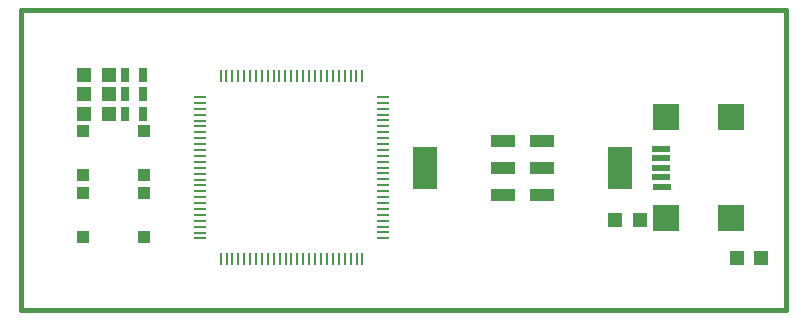
<source format=gtp>
G04 (created by PCBNEW-RS274X (2012-01-19 BZR 3256)-stable) date Wed 20 Feb 2013 03:59:13 PM COT*
G01*
G70*
G90*
%MOIN*%
G04 Gerber Fmt 3.4, Leading zero omitted, Abs format*
%FSLAX34Y34*%
G04 APERTURE LIST*
%ADD10C,0.006000*%
%ADD11C,0.015000*%
%ADD12R,0.010000X0.040000*%
%ADD13R,0.040000X0.010000*%
%ADD14R,0.025000X0.045000*%
%ADD15R,0.047200X0.047200*%
%ADD16R,0.063000X0.021700*%
%ADD17R,0.090600X0.086600*%
%ADD18R,0.080000X0.144000*%
%ADD19R,0.080000X0.040000*%
%ADD20R,0.039400X0.039400*%
G04 APERTURE END LIST*
G54D10*
G54D11*
X44250Y-31250D02*
X44250Y-21250D01*
X69750Y-31250D02*
X44250Y-31250D01*
X69750Y-21250D02*
X69750Y-31250D01*
X44250Y-21250D02*
X69750Y-21250D01*
G54D12*
X50890Y-23450D03*
X55610Y-23450D03*
X55410Y-23450D03*
X55220Y-23450D03*
X55020Y-23450D03*
X54820Y-23450D03*
X54630Y-23450D03*
X54430Y-23450D03*
X54230Y-23450D03*
X54040Y-23450D03*
X53840Y-23450D03*
X53640Y-23450D03*
X53440Y-23450D03*
X53250Y-23450D03*
X53050Y-23450D03*
X52850Y-23450D03*
X52660Y-23450D03*
X52460Y-23450D03*
X52260Y-23450D03*
X52070Y-23450D03*
X51870Y-23450D03*
X51670Y-23450D03*
X51480Y-23450D03*
X51280Y-23450D03*
X51080Y-23450D03*
G54D13*
X56300Y-24140D03*
X56300Y-28860D03*
X56300Y-28660D03*
X56300Y-28470D03*
X56300Y-28270D03*
X56300Y-28070D03*
X56300Y-27880D03*
X56300Y-27680D03*
X56300Y-27480D03*
X56300Y-27290D03*
X56300Y-27090D03*
X56300Y-26890D03*
X56300Y-26690D03*
X56300Y-26500D03*
X56300Y-26300D03*
X56300Y-26100D03*
X56300Y-25910D03*
X56300Y-25710D03*
X56300Y-25510D03*
X56300Y-25320D03*
X56300Y-25120D03*
X56300Y-24920D03*
X56300Y-24730D03*
X56300Y-24530D03*
X56300Y-24330D03*
X50200Y-24140D03*
X50200Y-24340D03*
X50200Y-24530D03*
X50200Y-24730D03*
X50200Y-24930D03*
X50200Y-25120D03*
X50200Y-25320D03*
X50200Y-25520D03*
X50200Y-25710D03*
X50200Y-25910D03*
X50200Y-26110D03*
X50200Y-26310D03*
X50200Y-26500D03*
X50200Y-26700D03*
X50200Y-26900D03*
X50200Y-27090D03*
X50200Y-27290D03*
X50200Y-27490D03*
X50200Y-27680D03*
X50200Y-27880D03*
X50200Y-28080D03*
X50200Y-28270D03*
X50200Y-28470D03*
X50200Y-28670D03*
X50200Y-28860D03*
G54D12*
X50890Y-29550D03*
X51090Y-29550D03*
X51280Y-29550D03*
X51480Y-29550D03*
X51680Y-29550D03*
X51870Y-29550D03*
X52070Y-29550D03*
X52270Y-29550D03*
X52460Y-29550D03*
X52660Y-29550D03*
X52860Y-29550D03*
X53060Y-29550D03*
X53250Y-29550D03*
X53450Y-29550D03*
X53650Y-29550D03*
X53840Y-29550D03*
X54040Y-29550D03*
X54240Y-29550D03*
X54430Y-29550D03*
X54630Y-29550D03*
X54830Y-29550D03*
X55020Y-29550D03*
X55220Y-29550D03*
X55420Y-29550D03*
X55610Y-29550D03*
G54D14*
X47700Y-23400D03*
X48300Y-23400D03*
X47700Y-24050D03*
X48300Y-24050D03*
G54D15*
X68913Y-29500D03*
X68087Y-29500D03*
G54D16*
X65582Y-26500D03*
X65582Y-26185D03*
X65582Y-25868D03*
X65582Y-26815D03*
X65584Y-27130D03*
G54D17*
X65720Y-24808D03*
X65720Y-28192D03*
X67885Y-28192D03*
X67885Y-24808D03*
G54D18*
X64200Y-26500D03*
G54D19*
X61600Y-26500D03*
X61600Y-27400D03*
X61600Y-25600D03*
G54D18*
X57700Y-26500D03*
G54D19*
X60300Y-26500D03*
X60300Y-25600D03*
X60300Y-27400D03*
G54D15*
X47163Y-23400D03*
X46337Y-23400D03*
X47163Y-24050D03*
X46337Y-24050D03*
X64037Y-28250D03*
X64863Y-28250D03*
G54D14*
X47700Y-24700D03*
X48300Y-24700D03*
G54D15*
X47163Y-24700D03*
X46337Y-24700D03*
G54D20*
X46300Y-26750D03*
X46300Y-25293D03*
X48347Y-26750D03*
X48347Y-25293D03*
X46300Y-28800D03*
X46300Y-27343D03*
X48347Y-28800D03*
X48347Y-27343D03*
M02*

</source>
